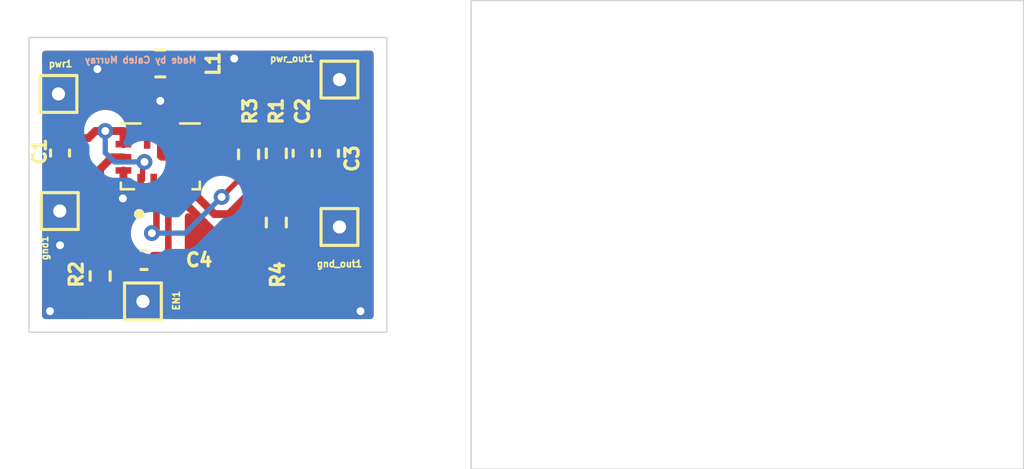
<source format=kicad_pcb>
(kicad_pcb (version 20241229) (generator "pcbnew") (generator_version "9.0")
  (layers (0 "F.Cu" signal) (2 "B.Cu" signal) (13 "F.Paste" user) (15 "B.Paste" user) (5 "F.SilkS" user "F.Silkscreen") (7 "B.SilkS" user "B.Silkscreen") (1 "F.Mask" user) (3 "B.Mask" user) (25 "Edge.Cuts" user))
  (net 0 "")
  (net 1 "Net-(IC1-PS{slash}SYNC)")
  (net 2 "GND")
  (net 3 "Net-(IC1-VAUX)")
  (net 4 "+3.3V")
  (net 5 "Net-(IC1-L1)")
  (net 6 "Net-(IC1-L2)")
  (net 7 "Net-(IC1-EN)")
  (net 8 "Net-(IC1-FB)")
  (net 9 "Net-(IC1-PG)")
  (net 10 "Net-(EN1-Pad1)")
  (footprint "TestPoint:TestPoint_THTPad_1.0x1.0mm_Drill0.5mm" (layer "F.Cu") (at 160.7708 71.3944 90)
    (property "Reference" "gnd1" (at -1.4056 -0.5708 270) (layer "F.SilkS") (effects (font (size 0.25 0.25) (thickness 0.0625))))
    (property "Value" "gnd" (hide yes))
    (fp_line (start 0.7 -0.7) (end 0.7 0.7) (stroke (width 0.12)) (layer "F.SilkS"))
    (fp_line (start -0.7 -0.7) (end 0.7 -0.7) (stroke (width 0.12)) (layer "F.SilkS"))
    (fp_line (start 0.7 0.7) (end -0.7 0.7) (stroke (width 0.12)) (layer "F.SilkS"))
    (fp_line (start -0.7 0.7) (end -0.7 -0.7) (stroke (width 0.12)) (layer "F.SilkS"))
    (pad "1" thru_hole rect (at 0 0 90) (size 1 1) (drill 0.5) (layers "*.Cu" "*.Mask") (net 2 "GND"))
  )
  (footprint "Resistor_SMD:R_0402_1005Metric_Pad0.72x0.64mm_HandSolder" (layer "F.Cu") (at 167.9448 69.2404 90)
    (property "Reference" "R3" (at 1.6404 0.0552 90) (layer "F.SilkS") (effects (font (size 0.5 0.5) (thickness 0.125))))
    (property "Value" "100k" (hide yes))
    (fp_line (start -0.167621 -0.38) (end 0.167621 -0.38) (stroke (width 0.12)) (layer "F.SilkS"))
    (fp_line (start -0.167621 0.38) (end 0.167621 0.38) (stroke (width 0.12)) (layer "F.SilkS"))
    (pad "1" smd roundrect (at -0.5975 0 90) (size 0.715 0.64) (layers "F.Cu" "F.Mask" "F.Paste") (net 9 "Net-(IC1-PG)"))
    (pad "2" smd roundrect (at 0.5975 0 90) (size 0.715 0.64) (layers "F.Cu" "F.Mask" "F.Paste") (net 4 "+3.3V"))
  )
  (footprint "Capacitor_SMD:C_0402_1005Metric_Pad0.74x0.62mm_HandSolder" (layer "F.Cu") (at 163.9737 73.2536 180)
    (property "Reference" "C4" (at -2.0915 0 0) (layer "F.SilkS") (effects (font (size 0.5 0.5) (thickness 0.125))))
    (property "Value" "100nF" (hide yes))
    (fp_line (start -0.115835 0.36) (end 0.115835 0.36) (stroke (width 0.12)) (layer "F.SilkS"))
    (fp_line (start -0.115835 -0.36) (end 0.115835 -0.36) (stroke (width 0.12)) (layer "F.SilkS"))
    (pad "1" smd roundrect (at -0.5675 0 180) (size 0.735 0.62) (layers "F.Cu" "F.Mask" "F.Paste") (net 3 "Net-(IC1-VAUX)"))
    (pad "2" smd roundrect (at 0.5675 0 180) (size 0.735 0.62) (layers "F.Cu" "F.Mask" "F.Paste") (net 2 "GND"))
  )
  (footprint "Resistor_SMD:R_0402_1005Metric_Pad0.72x0.64mm_HandSolder" (layer "F.Cu") (at 169 71.8312 90)
    (property "Reference" "R4" (at -1.9812 0.0508 90) (layer "F.SilkS") (effects (font (size 0.5 0.5) (thickness 0.125))))
    (property "Value" "100k" (hide yes))
    (fp_line (start -0.167621 -0.38) (end 0.167621 -0.38) (stroke (width 0.12)) (layer "F.SilkS"))
    (fp_line (start -0.167621 0.38) (end 0.167621 0.38) (stroke (width 0.12)) (layer "F.SilkS"))
    (pad "1" smd roundrect (at -0.5975 0 90) (size 0.715 0.64) (layers "F.Cu" "F.Mask" "F.Paste") (net 2 "GND"))
    (pad "2" smd roundrect (at 0.5975 0 90) (size 0.715 0.64) (layers "F.Cu" "F.Mask" "F.Paste") (net 8 "Net-(IC1-FB)"))
  )
  (footprint "TestPoint:TestPoint_THTPad_1.0x1.0mm_Drill0.5mm" (layer "F.Cu") (at 160.7208 66.9444 90)
    (property "Reference" "pwr1" (at 1.1444 0.0792 180) (layer "F.SilkS") (effects (font (size 0.25 0.25) (thickness 0.0625))))
    (property "Value" "pwr")
    (fp_line (start 0.7 -0.7) (end 0.7 0.7) (stroke (width 0.12)) (layer "F.SilkS"))
    (fp_line (start -0.7 -0.7) (end 0.7 -0.7) (stroke (width 0.12)) (layer "F.SilkS"))
    (fp_line (start 0.7 0.7) (end -0.7 0.7) (stroke (width 0.12)) (layer "F.SilkS"))
    (fp_line (start -0.7 0.7) (end -0.7 -0.7) (stroke (width 0.12)) (layer "F.SilkS"))
    (pad "1" thru_hole rect (at 0 0 90) (size 1 1) (drill 0.5) (layers "*.Cu" "*.Mask") (net 1 "Net-(IC1-PS{slash}SYNC)"))
  )
  (footprint "Capacitor_SMD:C_0402_1005Metric_Pad0.74x0.62mm_HandSolder" (layer "F.Cu") (at 170 69.1983 -90)
    (property "Reference" "C2" (at -1.5983 0 90) (layer "F.SilkS") (effects (font (size 0.5 0.5) (thickness 0.125))))
    (property "Value" "10uF" (hide yes))
    (fp_line (start -0.115835 0.36) (end 0.115835 0.36) (stroke (width 0.12)) (layer "F.SilkS"))
    (fp_line (start -0.115835 -0.36) (end 0.115835 -0.36) (stroke (width 0.12)) (layer "F.SilkS"))
    (pad "1" smd roundrect (at -0.5675 0 270) (size 0.735 0.62) (layers "F.Cu" "F.Mask" "F.Paste") (net 4 "+3.3V"))
    (pad "2" smd roundrect (at 0.5675 0 270) (size 0.735 0.62) (layers "F.Cu" "F.Mask" "F.Paste") (net 2 "GND"))
  )
  (footprint "Inductor_SMD:L_0603_1608Metric_Pad1.05x0.95mm_HandSolder" (layer "F.Cu") (at 164.592 65.786)
    (property "Reference" "L1" (at 2.008 0.014 270) (layer "F.SilkS") (effects (font (size 0.5 0.5) (thickness 0.125))))
    (property "Value" "1.5uH" (hide yes))
    (fp_line (start -0.171267 -0.51) (end 0.171267 -0.51) (stroke (width 0.12)) (layer "F.SilkS"))
    (fp_line (start -0.171267 0.51) (end 0.171267 0.51) (stroke (width 0.12)) (layer "F.SilkS"))
    (pad "1" smd roundrect (at -0.875 0) (size 1.05 0.95) (layers "F.Cu" "F.Mask" "F.Paste") (net 5 "Net-(IC1-L1)"))
    (pad "2" smd roundrect (at 0.875 0) (size 1.05 0.95) (layers "F.Cu" "F.Mask" "F.Paste") (net 6 "Net-(IC1-L2)"))
  )
  (footprint "TestPoint:TestPoint_THTPad_1.0x1.0mm_Drill0.5mm" (layer "F.Cu") (at 163.9316 74.8284)
    (property "Reference" "EN1" (at 1.2684 -0.0284 90) (layer "F.SilkS") (effects (font (size 0.25 0.25) (thickness 0.0625))))
    (property "Value" "EN" (hide yes))
    (fp_line (start -0.7 -0.7) (end 0.7 -0.7) (stroke (width 0.12)) (layer "F.SilkS"))
    (fp_line (start -0.7 0.7) (end -0.7 -0.7) (stroke (width 0.12)) (layer "F.SilkS"))
    (fp_line (start 0.7 -0.7) (end 0.7 0.7) (stroke (width 0.12)) (layer "F.SilkS"))
    (fp_line (start 0.7 0.7) (end -0.7 0.7) (stroke (width 0.12)) (layer "F.SilkS"))
    (pad "1" thru_hole rect (at 0 0) (size 1 1) (drill 0.5) (layers "*.Cu" "*.Mask") (net 10 "Net-(EN1-Pad1)"))
  )
  (footprint "Capacitor_SMD:C_0402_1005Metric_Pad0.74x0.62mm_HandSolder" (layer "F.Cu") (at 171 69.2 -90)
    (property "Reference" "C3" (at 0.2017 -0.8792 90) (layer "F.SilkS") (effects (font (size 0.5 0.5) (thickness 0.125))))
    (property "Value" "47uF" (hide yes))
    (fp_line (start -0.115835 0.36) (end 0.115835 0.36) (stroke (width 0.12)) (layer "F.SilkS"))
    (fp_line (start -0.115835 -0.36) (end 0.115835 -0.36) (stroke (width 0.12)) (layer "F.SilkS"))
    (pad "1" smd roundrect (at -0.5675 0 270) (size 0.735 0.62) (layers "F.Cu" "F.Mask" "F.Paste") (net 4 "+3.3V"))
    (pad "2" smd roundrect (at 0.5675 0 270) (size 0.735 0.62) (layers "F.Cu" "F.Mask" "F.Paste") (net 2 "GND"))
  )
  (footprint "buck:TPS630701RNMR" (layer "F.Cu") (at 164.592 69.8408 90)
    (property "Reference" "IC1" (hide yes))
    (property "Value" "TPS630702RNMR" (hide yes))
    (fp_line (start 1.775 -1.5) (end 1.775 -0.75) (stroke (width 0.1)) (layer "F.SilkS"))
    (fp_line (start -0.725 -1.5) (end -0.475 -1.5) (stroke (width 0.1)) (layer "F.SilkS"))
    (fp_line (start -0.725 -1) (end -0.725 -1.5) (stroke (width 0.1)) (layer "F.SilkS"))
    (fp_line (start -1.675 -0.9) (end -1.675 -0.9) (stroke (width 0.2)) (layer "F.SilkS"))
    (fp_line (start -1.675 -0.7) (end -1.675 -0.7) (stroke (width 0.2)) (layer "F.SilkS"))
    (fp_line (start 1.775 0.75) (end 1.775 1.5) (stroke (width 0.1)) (layer "F.SilkS"))
    (fp_line (start -0.438 1.5) (end -0.725 1.5) (stroke (width 0.1)) (layer "F.SilkS"))
    (fp_line (start -0.725 1.5) (end -0.725 1.225) (stroke (width 0.1)) (layer "F.SilkS"))
    (fp_arc (start -1.675 -0.9) (mid -1.575 -0.8) (end -1.675 -0.7) (stroke (width 0.2)) (layer "F.SilkS"))
    (fp_arc (start -1.675 -0.7) (mid -1.775 -0.8) (end -1.675 -0.9) (stroke (width 0.2)) (layer "F.SilkS"))
    (pad "1" smd rect (at -0.438 -0.75 180) (size 0.25 0.6) (layers "F.Cu" "F.Mask" "F.Paste") (net 1 "Net-(IC1-PS{slash}SYNC)"))
    (pad "2" smd rect (at -0.438 -0.25 180) (size 0.25 0.6) (layers "F.Cu" "F.Mask" "F.Paste") (net 9 "Net-(IC1-PG)"))
    (pad "3" smd rect (at -0.438 0.25 180) (size 0.25 0.6) (layers "F.Cu" "F.Mask" "F.Paste") (net 3 "Net-(IC1-VAUX)"))
    (pad "4" smd rect (at -0.438 0.75 180) (size 0.25 0.6) (layers "F.Cu" "F.Mask" "F.Paste") (net 2 "GND"))
    (pad "5" smd rect (at -0.012 1.4 90) (size 0.25 0.6) (layers "F.Cu" "F.Mask" "F.Paste") (net 8 "Net-(IC1-FB)"))
    (pad "6" smd rect (at 0.488 1.4 90) (size 0.25 0.6) (layers "F.Cu" "F.Mask" "F.Paste") (net 2 "GND"))
    (pad "7" smd rect (at 0.988 1.4 90) (size 0.25 0.6) (layers "F.Cu" "F.Mask" "F.Paste") (net 4 "+3.3V"))
    (pad "8" smd rect (at 1.488 1.4 90) (size 0.25 0.6) (layers "F.Cu" "F.Mask" "F.Paste") (net 4 "+3.3V"))
    (pad "9" smd rect (at 1.488 0.5 180) (size 0.25 1.35) (layers "F.Cu" "F.Mask" "F.Paste") (net 6 "Net-(IC1-L2)"))
    (pad "10" smd rect (at 1.313 0 180) (size 0.25 1.7) (layers "F.Cu" "F.Mask" "F.Paste") (net 2 "GND"))
    (pad "11" smd rect (at 1.488 -0.5 180) (size 0.25 1.35) (layers "F.Cu" "F.Mask" "F.Paste") (net 5 "Net-(IC1-L1)"))
    (pad "12" smd rect (at 1.488 -1.4 90) (size 0.25 0.6) (layers "F.Cu" "F.Mask" "F.Paste") (net 1 "Net-(IC1-PS{slash}SYNC)"))
    (pad "13" smd rect (at 0.988 -1.4 90) (size 0.25 0.6) (layers "F.Cu" "F.Mask" "F.Paste") (net 1 "Net-(IC1-PS{slash}SYNC)"))
    (pad "14" smd rect (at 0.488 -1.4 90) (size 0.25 0.6) (layers "F.Cu" "F.Mask" "F.Paste") (net 7 "Net-(IC1-EN)"))
    (pad "15" smd rect (at -0.012 -1.4 90) (size 0.25 0.6) (layers "F.Cu" "F.Mask" "F.Paste") (net 2 "GND"))
    (pad "16" smd rect (at 1.238 -1.225 90) (size 0.25 0.25) (layers "F.Cu" "F.Mask" "F.Paste") (net 1 "Net-(IC1-PS{slash}SYNC)"))
    (pad "17" smd rect (at 1.238 1.225 90) (size 0.25 0.25) (layers "F.Cu" "F.Mask" "F.Paste") (net 4 "+3.3V"))
  )
  (footprint "Resistor_SMD:R_0402_1005Metric_Pad0.72x0.64mm_HandSolder" (layer "F.Cu") (at 169 69.2017 90)
    (property "Reference" "R1" (at 1.6017 0 90) (layer "F.SilkS") (effects (font (size 0.5 0.5) (thickness 0.125))))
    (property "Value" "309k" (hide yes))
    (fp_line (start -0.167621 -0.38) (end 0.167621 -0.38) (stroke (width 0.12)) (layer "F.SilkS"))
    (fp_line (start -0.167621 0.38) (end 0.167621 0.38) (stroke (width 0.12)) (layer "F.SilkS"))
    (pad "1" smd roundrect (at -0.5975 0 90) (size 0.715 0.64) (layers "F.Cu" "F.Mask" "F.Paste") (net 8 "Net-(IC1-FB)"))
    (pad "2" smd roundrect (at 0.5975 0 90) (size 0.715 0.64) (layers "F.Cu" "F.Mask" "F.Paste") (net 4 "+3.3V"))
  )
  (footprint "Resistor_SMD:R_0402_1005Metric_Pad0.72x0.64mm_HandSolder" (layer "F.Cu") (at 162.306 73.8632 90)
    (property "Reference" "R2" (at 0.0632 -0.906 270) (layer "F.SilkS") (effects (font (size 0.5 0.5) (thickness 0.125))))
    (property "Value" "10k" (hide yes))
    (fp_line (start -0.167621 -0.38) (end 0.167621 -0.38) (stroke (width 0.12)) (layer "F.SilkS"))
    (fp_line (start -0.167621 0.38) (end 0.167621 0.38) (stroke (width 0.12)) (layer "F.SilkS"))
    (pad "1" smd roundrect (at -0.5975 0 90) (size 0.715 0.64) (layers "F.Cu" "F.Mask" "F.Paste") (net 10 "Net-(EN1-Pad1)"))
    (pad "2" smd roundrect (at 0.5975 0 90) (size 0.715 0.64) (layers "F.Cu" "F.Mask" "F.Paste") (net 7 "Net-(IC1-EN)"))
  )
  (footprint "TestPoint:TestPoint_THTPad_1.0x1.0mm_Drill0.5mm" (layer "F.Cu") (at 171.4 66.4)
    (property "Reference" "pwr_out1" (at -1.8 -0.8 180) (layer "F.SilkS") (effects (font (size 0.25 0.25) (thickness 0.0625))))
    (property "Value" "gnd" (hide yes))
    (fp_line (start -0.7 -0.7) (end 0.7 -0.7) (stroke (width 0.12)) (layer "F.SilkS"))
    (fp_line (start -0.7 0.7) (end -0.7 -0.7) (stroke (width 0.12)) (layer "F.SilkS"))
    (fp_line (start 0.7 -0.7) (end 0.7 0.7) (stroke (width 0.12)) (layer "F.SilkS"))
    (fp_line (start 0.7 0.7) (end -0.7 0.7) (stroke (width 0.12)) (layer "F.SilkS"))
    (pad "1" thru_hole rect (at 0 0) (size 1 1) (drill 0.5) (layers "*.Cu" "*.Mask") (net 4 "+3.3V"))
  )
  (footprint "TestPoint:TestPoint_THTPad_1.0x1.0mm_Drill0.5mm" (layer "F.Cu") (at 171.4 72 180)
    (property "Reference" "gnd_out1" (at 0 -1.4 180) (layer "F.SilkS") (effects (font (size 0.25 0.25) (thickness 0.0625))))
    (property "Value" "pwr" (hide yes))
    (fp_line (start 0.7 0.7) (end -0.7 0.7) (stroke (width 0.12)) (layer "F.SilkS"))
    (fp_line (start 0.7 -0.7) (end 0.7 0.7) (stroke (width 0.12)) (layer "F.SilkS"))
    (fp_line (start -0.7 0.7) (end -0.7 -0.7) (stroke (width 0.12)) (layer "F.SilkS"))
    (fp_line (start -0.7 -0.7) (end 0.7 -0.7) (stroke (width 0.12)) (layer "F.SilkS"))
    (pad "1" thru_hole rect (at 0 0 180) (size 1 1) (drill 0.5) (layers "*.Cu" "*.Mask") (net 2 "GND"))
  )
  (footprint "Capacitor_SMD:C_0402_1005Metric_Pad0.74x0.62mm_HandSolder" (layer "F.Cu") (at 160.782 69.1896 -90)
    (property "Reference" "C1" (at -0.0508 0.782 270) (layer "F.SilkS") (effects (font (size 0.5 0.5) (thickness 0.125))))
    (property "Value" "47uF" (hide yes))
    (fp_line (start -0.115835 0.36) (end 0.115835 0.36) (stroke (width 0.12)) (layer "F.SilkS"))
    (fp_line (start -0.115835 -0.36) (end 0.115835 -0.36) (stroke (width 0.12)) (layer "F.SilkS"))
    (pad "1" smd roundrect (at -0.5675 0 270) (size 0.735 0.62) (layers "F.Cu" "F.Mask" "F.Paste") (net 1 "Net-(IC1-PS{slash}SYNC)"))
    (pad "2" smd roundrect (at 0.5675 0 270) (size 0.735 0.62) (layers "F.Cu" "F.Mask" "F.Paste") (net 2 "GND"))
  )
  (gr_rect (start 176.4 63.4) (end 197.4 81.2) (stroke (width 0.05)) (fill no) (layer "Edge.Cuts"))
  (gr_rect (start 159.6 64.8) (end 173.2 76) (stroke (width 0.05)) (fill no) (layer "Edge.Cuts"))
  (gr_text "Made by Caleb Murray" (at 166 65.8 0) (layer "B.SilkS") (effects (font (size 0.25 0.25) (thickness 0.0625) (bold yes)) (justify left bottom mirror)))
  (segment (start 160.7208 66.9444) (end 161.0768 66.9444) (width 0.3) (layer "F.Cu") (net 1))
  (segment (start 163.989432 69.6778) (end 163.916 69.6778) (width 0.2) (layer "F.Cu") (net 1))
  (segment (start 163.192 68.6816) (end 163.2882 68.6816) (width 0.3) (layer "F.Cu") (net 1))
  (segment (start 163.916 70.2048) (end 163.842 70.2788) (width 0.2) (layer "F.Cu") (net 1))
  (segment (start 163.916 69.6778) (end 163.916 70.2048) (width 0.2) (layer "F.Cu") (net 1))
  (segment (start 163.192 68.8528) (end 163.192 68.6816) (width 0.3) (layer "F.Cu") (net 1))
  (segment (start 163.2882 68.6816) (end 163.367 68.6028) (width 0.3) (layer "F.Cu") (net 1))
  (segment (start 160.782 67.0056) (end 160.7208 66.9444) (width 0.3) (layer "F.Cu") (net 1))
  (segment (start 162.5 68.3528) (end 163.192 68.3528) (width 0.3) (layer "F.Cu") (net 1))
  (segment (start 163.192 68.3528) (end 163.192 68.6816) (width 0.3) (layer "F.Cu") (net 1))
  (segment (start 160.782 68.6221) (end 160.782 67.0056) (width 0.3) (layer "F.Cu") (net 1))
  (segment (start 160.782 68.6221) (end 160.9257 68.4784) (width 0.3) (layer "F.Cu") (net 1))
  (segment (start 162.5 68.3528) (end 162.1268 68.3528) (width 0.3) (layer "F.Cu") (net 1))
  (segment (start 163.989432 69.528428) (end 163.989432 69.6778) (width 0.2) (layer "F.Cu") (net 1))
  (segment (start 161.8575 68.6221) (end 160.782 68.6221) (width 0.3) (layer "F.Cu") (net 1))
  (segment (start 162.1268 68.3528) (end 161.8575 68.6221) (width 0.3) (layer "F.Cu") (net 1))
  (via (at 162.5 68.3528) (size 0.6) (drill 0.3) (layers "F.Cu" "B.Cu") (net 1))
  (via (at 163.989432 69.528428) (size 0.6) (drill 0.3) (layers "F.Cu" "B.Cu") (net 1))
  (segment (start 162.5 68.3528) (end 162.5 69.1804) (width 0.2) (layer "B.Cu") (net 1))
  (segment (start 162.848028 69.528428) (end 163.989432 69.528428) (width 0.2) (layer "B.Cu") (net 1))
  (segment (start 162.5 69.1804) (end 162.848028 69.528428) (width 0.2) (layer "B.Cu") (net 1))
  (segment (start 165.342 70.2788) (end 165.342 69.3648) (width 0.2) (layer "F.Cu") (net 2))
  (segment (start 164.592 69.3048) (end 164.592 68.5278) (width 0.25) (layer "F.Cu") (net 2))
  (segment (start 165.342 69.3648) (end 165.354 69.3528) (width 0.2) (layer "F.Cu") (net 2))
  (segment (start 160.782 71.3832) (end 160.7708 71.3944) (width 0.3) (layer "F.Cu") (net 2))
  (segment (start 164.592 68.5278) (end 164.592 67.2084) (width 0.3) (layer "F.Cu") (net 2))
  (segment (start 165.354 69.3528) (end 164.64 69.3528) (width 0.25) (layer "F.Cu") (net 2))
  (segment (start 165.992 69.3528) (end 165.354 69.3528) (width 0.25) (layer "F.Cu") (net 2))
  (segment (start 166.862326 72.4287) (end 165.342 70.908374) (width 0.3) (layer "F.Cu") (net 2))
  (segment (start 160.7708 72.6836) (end 160.782 72.6948) (width 0.3) (layer "F.Cu") (net 2))
  (segment (start 165.342 70.346) (end 165.342 70.2788) (width 0.2) (layer "F.Cu") (net 2))
  (segment (start 160.7708 71.3944) (end 160.8298 71.3944) (width 0.3) (layer "F.Cu") (net 2))
  (segment (start 160.7708 71.3944) (end 160.7708 72.6836) (width 0.3) (layer "F.Cu") (net 2))
  (segment (start 163.192 69.8528) (end 163.192 70.8944) (width 0.3) (layer "F.Cu") (net 2))
  (segment (start 164.64 69.3528) (end 164.592 69.3048) (width 0.25) (layer "F.Cu") (net 2))
  (segment (start 163.192 70.8944) (end 163.1696 70.9168) (width 0.3) (layer "F.Cu") (net 2))
  (segment (start 163.1696 72.7035) (end 163.4062 72.9401) (width 0.3) (layer "F.Cu") (net 2))
  (segment (start 160.782 69.7571) (end 160.782 71.3832) (width 0.3) (layer "F.Cu") (net 2))
  (segment (start 165.342 70.908374) (end 165.342 70.2788) (width 0.3) (layer "F.Cu") (net 2))
  (segment (start 163.1696 72.7035) (end 163.1696 70.9168) (width 0.3) (layer "F.Cu") (net 2))
  (segment (start 163.4062 72.9401) (end 163.4062 73.2536) (width 0.3) (layer "F.Cu") (net 2))
  (via (at 162.2 66) (size 0.6) (drill 0.3) (layers "F.Cu" "B.Cu") (net 2))
  (via (at 163.1696 70.9168) (size 0.6) (drill 0.3) (layers "F.Cu" "B.Cu") (net 2))
  (via (at 160.4 75.2) (size 0.6) (drill 0.3) (layers "F.Cu" "B.Cu") (net 2))
  (via (at 160.782 72.6948) (size 0.6) (drill 0.3) (layers "F.Cu" "B.Cu") (net 2))
  (via (at 164.592 67.2084) (size 0.6) (drill 0.3) (layers "F.Cu" "B.Cu") (net 2))
  (via (at 172.2 75.2) (size 0.6) (drill 0.3) (layers "F.Cu" "B.Cu") (net 2))
  (via (at 167.4 65.6) (size 0.6) (drill 0.3) (layers "F.Cu" "B.Cu") (net 2))
  (segment (start 164.842 71.053351) (end 164.8966 71.107951) (width 0.25) (layer "F.Cu") (net 3))
  (segment (start 164.842 70.2788) (end 164.842 71.053351) (width 0.25) (layer "F.Cu") (net 3))
  (segment (start 164.8966 71.107951) (end 164.8966 72.8982) (width 0.25) (layer "F.Cu") (net 3))
  (segment (start 164.8966 72.8982) (end 164.5412 73.2536) (width 0.25) (layer "F.Cu") (net 3))
  (segment (start 169 68.6042) (end 169.9734 68.6042) (width 0.5) (layer "F.Cu") (net 4))
  (segment (start 171.4 68.2325) (end 171.4 66.4) (width 0.5) (layer "F.Cu") (net 4))
  (segment (start 167.9448 68.6429) (end 168.9613 68.6429) (width 0.5) (layer "F.Cu") (net 4))
  (segment (start 170 68.6308) (end 170.9983 68.6308) (width 0.5) (layer "F.Cu") (net 4))
  (segment (start 165.992 68.5804) (end 166.0144 68.6028) (width 0.4) (layer "F.Cu") (net 4))
  (segment (start 170.9983 68.6308) (end 171 68.6325) (width 0.5) (layer "F.Cu") (net 4))
  (segment (start 168.9613 68.6429) (end 169 68.6042) (width 0.5) (layer "F.Cu") (net 4))
  (segment (start 169.9734 68.6042) (end 170 68.6308) (width 0.5) (layer "F.Cu") (net 4))
  (segment (start 165.817 68.6028) (end 166.0144 68.6028) (width 0.4) (layer "F.Cu") (net 4))
  (segment (start 165.992 68.3528) (end 165.992 68.5804) (width 0.4) (layer "F.Cu") (net 4))
  (segment (start 171 68.6325) (end 171.4 68.2325) (width 0.5) (layer "F.Cu") (net 4))
  (segment (start 166.0144 68.6028) (end 167.5664 68.6028) (width 0.4) (layer "F.Cu") (net 4))
  (segment (start 163.717 65.786) (end 163.717 67.8268) (width 0.4) (layer "F.Cu") (net 5))
  (segment (start 163.717 67.8268) (end 164.041 68.1508) (width 0.4) (layer "F.Cu") (net 5))
  (segment (start 164.041 68.1508) (end 164.041 68.3528) (width 0.4) (layer "F.Cu") (net 5))
  (segment (start 165.467 65.786) (end 165.467 67.8268) (width 0.4) (layer "F.Cu") (net 6))
  (segment (start 165.143 68.1508) (end 165.143 68.3528) (width 0.4) (layer "F.Cu") (net 6))
  (segment (start 165.467 67.8268) (end 165.143 68.1508) (width 0.4) (layer "F.Cu") (net 6))
  (segment (start 163.192 69.3528) (end 162.7524 69.3528) (width 0.3) (layer "F.Cu") (net 7))
  (segment (start 162.7524 69.3528) (end 162.306 69.7992) (width 0.3) (layer "F.Cu") (net 7))
  (segment (start 162.306 69.7992) (end 162.306 73.3044) (width 0.3) (layer "F.Cu") (net 7))
  (segment (start 168.148 70.5612) (end 169 70.5612) (width 0.3) (layer "F.Cu") (net 8))
  (segment (start 169 70.5612) (end 169 71.2337) (width 0.4) (layer "F.Cu") (net 8))
  (segment (start 165.992 70.849854) (end 166.653096 71.51095) (width 0.3) (layer "F.Cu") (net 8))
  (segment (start 166.653096 71.51095) (end 167.19825 71.51095) (width 0.3) (layer "F.Cu") (net 8))
  (segment (start 169 69.7992) (end 169 70.5612) (width 0.4) (layer "F.Cu") (net 8))
  (segment (start 165.992 69.8528) (end 165.992 70.849854) (width 0.3) (layer "F.Cu") (net 8))
  (segment (start 167.19825 71.51095) (end 168.148 70.5612) (width 0.3) (layer "F.Cu") (net 8))
  (segment (start 164.342 71.191161) (end 164.342 70.2788) (width 0.25) (layer "F.Cu") (net 9))
  (segment (start 164.342 71.191161) (end 164.4456 71.294761) (width 0.25) (layer "F.Cu") (net 9))
  (segment (start 166.92275 70.85995) (end 167.9448 69.8379) (width 0.2) (layer "F.Cu") (net 9))
  (segment (start 164.4456 71.294761) (end 164.4456 72.059455) (width 0.25) (layer "F.Cu") (net 9))
  (segment (start 164.4456 72.059455) (end 164.2716 72.233455) (width 0.25) (layer "F.Cu") (net 9))
  (segment (start 164.2716 72.233455) (end 164.150993 72.354062) (width 0.25) (layer "F.Cu") (net 9))
  (via (at 164.2716 72.233455) (size 0.6) (drill 0.3) (layers "F.Cu" "B.Cu") (net 9))
  (via (at 166.92275 70.85995) (size 0.6) (drill 0.3) (layers "F.Cu" "B.Cu") (net 9))
  (segment (start 165.549245 72.233455) (end 166.92275 70.85995) (width 0.2) (layer "B.Cu") (net 9))
  (segment (start 164.2716 72.233455) (end 165.549245 72.233455) (width 0.2) (layer "B.Cu") (net 9))
  (segment (start 162.6737 74.8284) (end 162.306 74.4607) (width 0.3) (layer "F.Cu") (net 10))
  (segment (start 163.9316 74.8284) (end 162.6737 74.8284) (width 0.3) (layer "F.Cu") (net 10))
  (zone (net 2) (net_name "GND") (layer "F.Cu") (priority 1) (connect_pads (clearance 0.5)) (min_thickness 0.25) (fill yes (thermal_gap 0.5) (thermal_bridge_width 0.5))
    (polygon (pts (xy 158.5 63.5) (xy 174 63.5) (xy 174 77.5) (xy 158.5 77.5)))
  )
  (zone (net 2) (net_name "GND") (layer "B.Cu") (connect_pads (clearance 0.5)) (min_thickness 0.25) (fill yes (thermal_gap 0.5) (thermal_bridge_width 0.5))
    (polygon (pts (xy 158.5 63.5) (xy 174 63.5) (xy 174 77.5) (xy 158.5 77.5)))
  )
)
</source>
